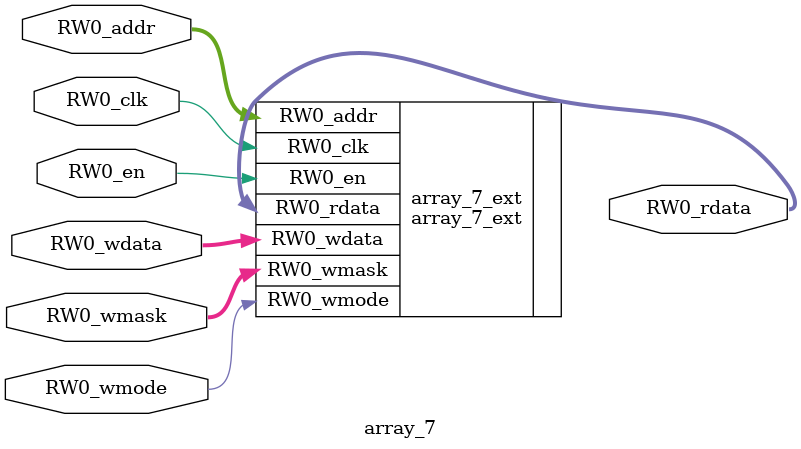
<source format=v>
`ifndef RANDOMIZE
  `ifdef RANDOMIZE_MEM_INIT
    `define RANDOMIZE
  `endif // RANDOMIZE_MEM_INIT
`endif // not def RANDOMIZE
`ifndef RANDOMIZE
  `ifdef RANDOMIZE_REG_INIT
    `define RANDOMIZE
  `endif // RANDOMIZE_REG_INIT
`endif // not def RANDOMIZE
`ifndef RANDOM
  `define RANDOM $random
`endif // not def RANDOM
// Users can define INIT_RANDOM as general code that gets injected into the
// initializer block for modules with registers.
`ifndef INIT_RANDOM
  `define INIT_RANDOM
`endif // not def INIT_RANDOM
// If using random initialization, you can also define RANDOMIZE_DELAY to
// customize the delay used, otherwise 0.002 is used.
`ifndef RANDOMIZE_DELAY
  `define RANDOMIZE_DELAY 0.002
`endif // not def RANDOMIZE_DELAY
// Define INIT_RANDOM_PROLOG_ for use in our modules below.
`ifndef INIT_RANDOM_PROLOG_
  `ifdef RANDOMIZE
    `ifdef VERILATOR
      `define INIT_RANDOM_PROLOG_ `INIT_RANDOM
    `else  // VERILATOR
      `define INIT_RANDOM_PROLOG_ `INIT_RANDOM #`RANDOMIZE_DELAY begin end
    `endif // VERILATOR
  `else  // RANDOMIZE
    `define INIT_RANDOM_PROLOG_
  `endif // RANDOMIZE
`endif // not def INIT_RANDOM_PROLOG_
// Include register initializers in init blocks unless synthesis is set
`ifndef SYNTHESIS
  `ifndef ENABLE_INITIAL_REG_
    `define ENABLE_INITIAL_REG_
  `endif // not def ENABLE_INITIAL_REG_
`endif // not def SYNTHESIS
// Include rmemory initializers in init blocks unless synthesis is set
`ifndef SYNTHESIS
  `ifndef ENABLE_INITIAL_MEM_
    `define ENABLE_INITIAL_MEM_
  `endif // not def ENABLE_INITIAL_MEM_
`endif // not def SYNTHESIS
module array_7(
  input  [6:0]   RW0_addr,
  input          RW0_en,
  input          RW0_clk,
  input          RW0_wmode,
  input  [215:0] RW0_wdata,
  output [215:0] RW0_rdata,
  input  [215:0] RW0_wmask
);

  array_7_ext array_7_ext (
    .RW0_addr  (RW0_addr),
    .RW0_en    (RW0_en),
    .RW0_clk   (RW0_clk),
    .RW0_wmode (RW0_wmode),
    .RW0_wdata (RW0_wdata),
    .RW0_rdata (RW0_rdata),
    .RW0_wmask (RW0_wmask)
  );
endmodule


</source>
